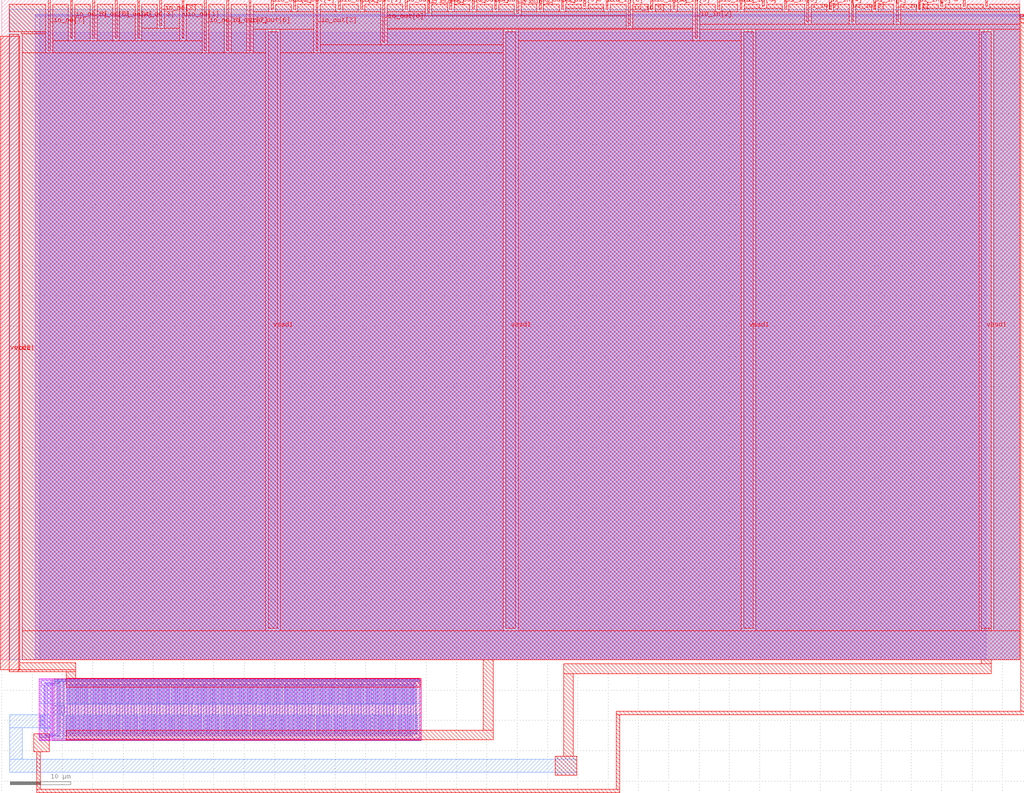
<source format=lef>
VERSION 5.7 ;
  NOWIREEXTENSIONATPIN ON ;
  DIVIDERCHAR "/" ;
  BUSBITCHARS "[]" ;
MACRO tt_um_power_test
  CLASS BLOCK ;
  FOREIGN tt_um_power_test ;
  ORIGIN 0.000 0.000 ;
  SIZE 167.900 BY 108.800 ;
  PIN clk
    DIRECTION INPUT ;
    USE SIGNAL ;
    PORT
      LAYER met4 ;
        RECT 158.550 107.800 158.850 108.800 ;
    END
  END clk
  PIN ena
    DIRECTION INPUT ;
    USE SIGNAL ;
    PORT
      LAYER met4 ;
        RECT 162.230 107.800 162.530 108.800 ;
    END
  END ena
  PIN rst_n
    DIRECTION INPUT ;
    USE SIGNAL ;
    PORT
      LAYER met4 ;
        RECT 154.870 107.800 155.170 108.800 ;
    END
  END rst_n
  PIN ui_in[0]
    DIRECTION INPUT ;
    USE SIGNAL ;
    PORT
      LAYER met4 ;
        RECT 151.190 107.260 151.490 108.800 ;
    END
  END ui_in[0]
  PIN ui_in[1]
    DIRECTION INPUT ;
    USE SIGNAL ;
    PORT
      LAYER met4 ;
        RECT 147.510 105.220 147.810 108.800 ;
    END
  END ui_in[1]
  PIN ui_in[2]
    DIRECTION INPUT ;
    USE SIGNAL ;
    PORT
      LAYER met4 ;
        RECT 143.830 107.260 144.130 108.800 ;
    END
  END ui_in[2]
  PIN ui_in[3]
    DIRECTION INPUT ;
    USE SIGNAL ;
    PORT
      LAYER met4 ;
        RECT 140.150 105.220 140.450 108.800 ;
    END
  END ui_in[3]
  PIN ui_in[4]
    DIRECTION INPUT ;
    USE SIGNAL ;
    PORT
      LAYER met4 ;
        RECT 136.470 107.260 136.770 108.800 ;
    END
  END ui_in[4]
  PIN ui_in[5]
    DIRECTION INPUT ;
    USE SIGNAL ;
    PORT
      LAYER met4 ;
        RECT 132.790 105.220 133.090 108.800 ;
    END
  END ui_in[5]
  PIN ui_in[6]
    DIRECTION INPUT ;
    USE SIGNAL ;
    PORT
      LAYER met4 ;
        RECT 129.110 107.260 129.410 108.800 ;
    END
  END ui_in[6]
  PIN ui_in[7]
    DIRECTION INPUT ;
    USE SIGNAL ;
    PORT
      LAYER met4 ;
        RECT 125.430 107.800 125.730 108.800 ;
    END
  END ui_in[7]
  PIN uio_in[0]
    DIRECTION INPUT ;
    USE SIGNAL ;
    PORT
      LAYER met4 ;
        RECT 121.750 107.260 122.050 108.800 ;
    END
  END uio_in[0]
  PIN uio_in[1]
    DIRECTION INPUT ;
    USE SIGNAL ;
    PORT
      LAYER met4 ;
        RECT 118.070 107.260 118.370 108.800 ;
    END
  END uio_in[1]
  PIN uio_in[2]
    DIRECTION INPUT ;
    USE SIGNAL ;
    PORT
      LAYER met4 ;
        RECT 114.390 102.500 114.690 108.800 ;
    END
  END uio_in[2]
  PIN uio_in[3]
    DIRECTION INPUT ;
    USE SIGNAL ;
    PORT
      LAYER met4 ;
        RECT 110.710 107.260 111.010 108.800 ;
    END
  END uio_in[3]
  PIN uio_in[4]
    DIRECTION INPUT ;
    USE SIGNAL ;
    PORT
      LAYER met4 ;
        RECT 107.030 107.260 107.330 108.800 ;
    END
  END uio_in[4]
  PIN uio_in[5]
    DIRECTION INPUT ;
    USE SIGNAL ;
    PORT
      LAYER met4 ;
        RECT 103.350 104.540 103.650 108.800 ;
    END
  END uio_in[5]
  PIN uio_in[6]
    DIRECTION INPUT ;
    USE SIGNAL ;
    PORT
      LAYER met4 ;
        RECT 99.670 107.260 99.970 108.800 ;
    END
  END uio_in[6]
  PIN uio_in[7]
    DIRECTION INPUT ;
    USE SIGNAL ;
    PORT
      LAYER met4 ;
        RECT 95.990 107.800 96.290 108.800 ;
    END
  END uio_in[7]
  PIN uio_oe[0]
    DIRECTION OUTPUT TRISTATE ;
    USE SIGNAL ;
    PORT
      LAYER met4 ;
        RECT 33.430 100.460 33.730 108.800 ;
    END
  END uio_oe[0]
  PIN uio_oe[1]
    DIRECTION OUTPUT TRISTATE ;
    USE SIGNAL ;
    PORT
      LAYER met4 ;
        RECT 29.750 102.500 30.050 108.800 ;
    END
  END uio_oe[1]
  PIN uio_oe[2]
    DIRECTION OUTPUT TRISTATE ;
    USE SIGNAL ;
    PORT
      LAYER met4 ;
        RECT 26.070 104.540 26.370 108.800 ;
    END
  END uio_oe[2]
  PIN uio_oe[3]
    DIRECTION OUTPUT TRISTATE ;
    USE SIGNAL ;
    PORT
      LAYER met4 ;
        RECT 22.390 102.500 22.690 108.800 ;
    END
  END uio_oe[3]
  PIN uio_oe[4]
    DIRECTION OUTPUT TRISTATE ;
    USE SIGNAL ;
    PORT
      LAYER met4 ;
        RECT 18.710 102.500 19.010 108.800 ;
    END
  END uio_oe[4]
  PIN uio_oe[5]
    DIRECTION OUTPUT TRISTATE ;
    USE SIGNAL ;
    PORT
      LAYER met4 ;
        RECT 15.030 102.500 15.330 108.800 ;
    END
  END uio_oe[5]
  PIN uio_oe[6]
    DIRECTION OUTPUT TRISTATE ;
    USE SIGNAL ;
    PORT
      LAYER met4 ;
        RECT 11.350 102.500 11.650 108.800 ;
    END
  END uio_oe[6]
  PIN uio_oe[7]
    DIRECTION OUTPUT TRISTATE ;
    USE SIGNAL ;
    PORT
      LAYER met4 ;
        RECT 7.670 100.460 7.970 108.800 ;
    END
  END uio_oe[7]
  PIN uio_out[0]
    DIRECTION OUTPUT TRISTATE ;
    USE SIGNAL ;
    PORT
      LAYER met4 ;
        RECT 62.870 101.820 63.170 108.800 ;
    END
  END uio_out[0]
  PIN uio_out[1]
    DIRECTION OUTPUT TRISTATE ;
    USE SIGNAL ;
    PORT
      LAYER met4 ;
        RECT 59.190 107.260 59.490 108.800 ;
    END
  END uio_out[1]
  PIN uio_out[2]
    DIRECTION OUTPUT TRISTATE ;
    USE SIGNAL ;
    PORT
      LAYER met4 ;
        RECT 55.510 107.260 55.810 108.800 ;
    END
  END uio_out[2]
  PIN uio_out[3]
    DIRECTION OUTPUT TRISTATE ;
    USE SIGNAL ;
    PORT
      LAYER met4 ;
        RECT 51.830 100.460 52.130 108.800 ;
    END
  END uio_out[3]
  PIN uio_out[4]
    DIRECTION OUTPUT TRISTATE ;
    USE SIGNAL ;
    PORT
      LAYER met4 ;
        RECT 48.150 107.260 48.450 108.800 ;
    END
  END uio_out[4]
  PIN uio_out[5]
    DIRECTION OUTPUT TRISTATE ;
    USE SIGNAL ;
    PORT
      LAYER met4 ;
        RECT 44.470 107.260 44.770 108.800 ;
    END
  END uio_out[5]
  PIN uio_out[6]
    DIRECTION OUTPUT TRISTATE ;
    USE SIGNAL ;
    PORT
      LAYER met4 ;
        RECT 40.790 100.460 41.090 108.800 ;
    END
  END uio_out[6]
  PIN uio_out[7]
    DIRECTION OUTPUT TRISTATE ;
    USE SIGNAL ;
    PORT
      LAYER met4 ;
        RECT 37.110 100.460 37.410 108.800 ;
    END
  END uio_out[7]
  PIN uo_out[0]
    DIRECTION OUTPUT TRISTATE ;
    USE SIGNAL ;
    PORT
      LAYER met4 ;
        RECT 92.310 107.260 92.610 108.800 ;
    END
  END uo_out[0]
  PIN uo_out[1]
    DIRECTION OUTPUT TRISTATE ;
    USE SIGNAL ;
    PORT
      LAYER met4 ;
        RECT 88.630 107.260 88.930 108.800 ;
    END
  END uo_out[1]
  PIN uo_out[2]
    DIRECTION OUTPUT TRISTATE ;
    USE SIGNAL ;
    PORT
      LAYER met4 ;
        RECT 84.950 106.580 85.250 108.800 ;
    END
  END uo_out[2]
  PIN uo_out[3]
    DIRECTION OUTPUT TRISTATE ;
    USE SIGNAL ;
    PORT
      LAYER met4 ;
        RECT 81.270 107.260 81.570 108.800 ;
    END
  END uo_out[3]
  PIN uo_out[4]
    DIRECTION OUTPUT TRISTATE ;
    USE SIGNAL ;
    PORT
      LAYER met4 ;
        RECT 77.590 107.260 77.890 108.800 ;
    END
  END uo_out[4]
  PIN uo_out[5]
    DIRECTION OUTPUT TRISTATE ;
    USE SIGNAL ;
    PORT
      LAYER met4 ;
        RECT 73.910 107.260 74.210 108.800 ;
    END
  END uo_out[5]
  PIN uo_out[6]
    DIRECTION OUTPUT TRISTATE ;
    USE SIGNAL ;
    PORT
      LAYER met4 ;
        RECT 70.230 106.580 70.530 108.800 ;
    END
  END uo_out[6]
  PIN uo_out[7]
    DIRECTION OUTPUT TRISTATE ;
    USE SIGNAL ;
    PORT
      LAYER met4 ;
        RECT 66.550 107.260 66.850 108.800 ;
    END
  END uo_out[7]
  PIN vssd1
    DIRECTION INOUT ;
    USE GROUND ;
    PORT
      LAYER met4 ;
        RECT 43.930 5.200 45.530 103.600 ;
    END
    PORT
      LAYER met4 ;
        RECT 83.140 5.200 84.740 103.600 ;
    END
    PORT
      LAYER met4 ;
        RECT 122.350 5.200 123.950 103.600 ;
    END
    PORT
      LAYER met4 ;
        RECT 161.560 5.200 163.160 103.600 ;
    END
  END vssd1
  PIN vccd1
    DIRECTION INOUT ;
    USE POWER ;
    PORT
      LAYER met4 ;
        RECT 1.250 -2.010 2.810 103.130 ;
    END
  END vccd1
  PIN vccd1
    DIRECTION INOUT ;
    USE POWER ;
    PORT
      LAYER met4 ;
        RECT -0.270 -1.650 2.950 102.840 ;
    END
  END vccd1
  OBS
      LAYER pwell ;
        RECT 6.225 -13.250 8.325 -3.150 ;
      LAYER nwell ;
        RECT 8.345 -13.295 69.175 -3.115 ;
      LAYER li1 ;
        RECT 5.520 0.000 162.380 103.445 ;
        RECT 8.680 -3.295 68.840 -3.290 ;
        RECT 6.405 -3.500 8.145 -3.330 ;
        RECT 6.405 -4.190 6.575 -3.500 ;
        RECT 7.055 -4.010 7.485 -3.840 ;
        RECT 6.955 -4.190 7.125 -4.180 ;
        RECT 6.405 -9.110 7.125 -4.190 ;
        RECT 6.400 -11.250 7.125 -9.110 ;
        RECT 6.405 -12.220 7.125 -11.250 ;
        RECT 7.425 -12.220 7.595 -4.180 ;
        RECT 6.405 -12.900 6.575 -12.220 ;
        RECT 7.115 -12.560 7.455 -12.390 ;
        RECT 7.975 -12.900 8.145 -3.500 ;
        RECT 6.405 -13.070 8.145 -12.900 ;
        RECT 8.525 -3.470 68.995 -3.295 ;
        RECT 8.525 -12.945 8.695 -3.470 ;
        RECT 9.185 -3.955 9.565 -3.755 ;
        RECT 10.095 -4.180 10.265 -3.470 ;
        RECT 11.305 -3.965 11.635 -3.795 ;
        RECT 12.265 -3.965 12.595 -3.795 ;
        RECT 13.225 -3.965 13.555 -3.795 ;
        RECT 14.185 -3.965 14.515 -3.795 ;
        RECT 15.145 -3.965 15.475 -3.795 ;
        RECT 16.105 -3.965 16.435 -3.795 ;
        RECT 17.065 -3.965 17.395 -3.795 ;
        RECT 18.025 -3.965 18.355 -3.795 ;
        RECT 18.985 -3.965 19.315 -3.795 ;
        RECT 19.945 -3.965 20.275 -3.795 ;
        RECT 20.905 -3.965 21.235 -3.795 ;
        RECT 21.865 -3.965 22.195 -3.795 ;
        RECT 22.825 -3.965 23.155 -3.795 ;
        RECT 23.785 -3.965 24.115 -3.795 ;
        RECT 24.745 -3.965 25.075 -3.795 ;
        RECT 25.705 -3.965 26.035 -3.795 ;
        RECT 26.665 -3.965 26.995 -3.795 ;
        RECT 27.625 -3.965 27.955 -3.795 ;
        RECT 28.585 -3.965 28.915 -3.795 ;
        RECT 29.545 -3.965 29.875 -3.795 ;
        RECT 30.505 -3.965 30.835 -3.795 ;
        RECT 31.465 -3.965 31.795 -3.795 ;
        RECT 32.425 -3.965 32.755 -3.795 ;
        RECT 33.385 -3.965 33.715 -3.795 ;
        RECT 34.345 -3.965 34.675 -3.795 ;
        RECT 35.305 -3.965 35.635 -3.795 ;
        RECT 36.265 -3.965 36.595 -3.795 ;
        RECT 37.225 -3.965 37.555 -3.795 ;
        RECT 38.185 -3.965 38.515 -3.795 ;
        RECT 39.145 -3.965 39.475 -3.795 ;
        RECT 40.095 -3.965 40.425 -3.795 ;
        RECT 41.055 -3.965 41.385 -3.795 ;
        RECT 42.015 -3.965 42.345 -3.795 ;
        RECT 42.975 -3.965 43.305 -3.795 ;
        RECT 43.935 -3.965 44.265 -3.795 ;
        RECT 44.895 -3.965 45.225 -3.795 ;
        RECT 45.855 -3.965 46.185 -3.795 ;
        RECT 46.815 -3.965 47.145 -3.795 ;
        RECT 47.775 -3.965 48.105 -3.795 ;
        RECT 48.735 -3.965 49.065 -3.795 ;
        RECT 49.695 -3.965 50.025 -3.795 ;
        RECT 50.655 -3.965 50.985 -3.795 ;
        RECT 51.615 -3.965 51.945 -3.795 ;
        RECT 52.575 -3.965 52.905 -3.795 ;
        RECT 53.535 -3.965 53.865 -3.795 ;
        RECT 54.495 -3.965 54.825 -3.795 ;
        RECT 55.455 -3.965 55.785 -3.795 ;
        RECT 56.415 -3.965 56.745 -3.795 ;
        RECT 57.375 -3.965 57.705 -3.795 ;
        RECT 58.335 -3.965 58.665 -3.795 ;
        RECT 59.295 -3.965 59.625 -3.795 ;
        RECT 60.255 -3.965 60.585 -3.795 ;
        RECT 61.215 -3.965 61.545 -3.795 ;
        RECT 62.175 -3.965 62.505 -3.795 ;
        RECT 63.135 -3.965 63.465 -3.795 ;
        RECT 64.095 -3.965 64.425 -3.795 ;
        RECT 65.055 -3.965 65.385 -3.795 ;
        RECT 66.015 -3.965 66.345 -3.795 ;
        RECT 66.975 -3.965 67.305 -3.795 ;
        RECT 67.935 -3.965 68.265 -3.795 ;
        RECT 9.570 -4.185 10.265 -4.180 ;
        RECT 9.095 -12.225 9.265 -4.185 ;
        RECT 9.535 -12.225 10.265 -4.185 ;
        RECT 10.665 -12.225 10.835 -4.185 ;
        RECT 11.145 -12.225 11.315 -4.185 ;
        RECT 11.625 -12.225 11.795 -4.185 ;
        RECT 12.105 -12.225 12.275 -4.185 ;
        RECT 12.585 -12.225 12.755 -4.185 ;
        RECT 13.065 -12.225 13.235 -4.185 ;
        RECT 13.545 -12.225 13.715 -4.185 ;
        RECT 14.025 -12.225 14.195 -4.185 ;
        RECT 14.505 -12.225 14.675 -4.185 ;
        RECT 14.985 -12.225 15.155 -4.185 ;
        RECT 15.465 -12.225 15.635 -4.185 ;
        RECT 15.945 -12.225 16.115 -4.185 ;
        RECT 16.425 -12.225 16.595 -4.185 ;
        RECT 16.905 -12.225 17.075 -4.185 ;
        RECT 17.385 -12.225 17.555 -4.185 ;
        RECT 17.865 -12.225 18.035 -4.185 ;
        RECT 18.345 -12.225 18.515 -4.185 ;
        RECT 18.825 -12.225 18.995 -4.185 ;
        RECT 19.305 -12.225 19.475 -4.185 ;
        RECT 19.785 -12.225 19.955 -4.185 ;
        RECT 20.265 -12.225 20.435 -4.185 ;
        RECT 20.745 -12.225 20.915 -4.185 ;
        RECT 21.225 -12.225 21.395 -4.185 ;
        RECT 21.705 -12.225 21.875 -4.185 ;
        RECT 22.185 -12.225 22.355 -4.185 ;
        RECT 22.665 -12.225 22.835 -4.185 ;
        RECT 23.145 -12.225 23.315 -4.185 ;
        RECT 23.625 -12.225 23.795 -4.185 ;
        RECT 24.105 -12.225 24.275 -4.185 ;
        RECT 24.585 -12.225 24.755 -4.185 ;
        RECT 25.065 -12.225 25.235 -4.185 ;
        RECT 25.545 -12.225 25.715 -4.185 ;
        RECT 26.025 -12.225 26.195 -4.185 ;
        RECT 26.505 -12.225 26.675 -4.185 ;
        RECT 26.985 -12.225 27.155 -4.185 ;
        RECT 27.465 -12.225 27.635 -4.185 ;
        RECT 27.945 -12.225 28.115 -4.185 ;
        RECT 28.425 -12.225 28.595 -4.185 ;
        RECT 28.905 -12.225 29.075 -4.185 ;
        RECT 29.385 -12.225 29.555 -4.185 ;
        RECT 29.865 -12.225 30.035 -4.185 ;
        RECT 30.345 -12.225 30.515 -4.185 ;
        RECT 30.825 -12.225 30.995 -4.185 ;
        RECT 31.305 -12.225 31.475 -4.185 ;
        RECT 31.785 -12.225 31.955 -4.185 ;
        RECT 32.265 -12.225 32.435 -4.185 ;
        RECT 32.745 -12.225 32.915 -4.185 ;
        RECT 33.225 -12.225 33.395 -4.185 ;
        RECT 33.705 -12.225 33.875 -4.185 ;
        RECT 34.185 -12.225 34.355 -4.185 ;
        RECT 34.665 -12.225 34.835 -4.185 ;
        RECT 35.145 -12.225 35.315 -4.185 ;
        RECT 35.625 -12.225 35.795 -4.185 ;
        RECT 36.105 -12.225 36.275 -4.185 ;
        RECT 36.585 -12.225 36.755 -4.185 ;
        RECT 37.065 -12.225 37.235 -4.185 ;
        RECT 37.545 -12.225 37.715 -4.185 ;
        RECT 38.025 -12.225 38.195 -4.185 ;
        RECT 38.505 -12.225 38.675 -4.185 ;
        RECT 38.985 -12.225 39.155 -4.185 ;
        RECT 39.465 -12.225 39.635 -4.185 ;
        RECT 39.935 -12.225 40.105 -4.185 ;
        RECT 40.415 -12.225 40.585 -4.185 ;
        RECT 40.895 -12.225 41.065 -4.185 ;
        RECT 41.375 -12.225 41.545 -4.185 ;
        RECT 41.855 -12.225 42.025 -4.185 ;
        RECT 42.335 -12.225 42.505 -4.185 ;
        RECT 42.815 -12.225 42.985 -4.185 ;
        RECT 43.295 -12.225 43.465 -4.185 ;
        RECT 43.775 -12.225 43.945 -4.185 ;
        RECT 44.255 -12.225 44.425 -4.185 ;
        RECT 44.735 -12.225 44.905 -4.185 ;
        RECT 45.215 -12.225 45.385 -4.185 ;
        RECT 45.695 -12.225 45.865 -4.185 ;
        RECT 46.175 -12.225 46.345 -4.185 ;
        RECT 46.655 -12.225 46.825 -4.185 ;
        RECT 47.135 -12.225 47.305 -4.185 ;
        RECT 47.615 -12.225 47.785 -4.185 ;
        RECT 48.095 -12.225 48.265 -4.185 ;
        RECT 48.575 -12.225 48.745 -4.185 ;
        RECT 49.055 -12.225 49.225 -4.185 ;
        RECT 49.535 -12.225 49.705 -4.185 ;
        RECT 50.015 -12.225 50.185 -4.185 ;
        RECT 50.495 -12.225 50.665 -4.185 ;
        RECT 50.975 -12.225 51.145 -4.185 ;
        RECT 51.455 -12.225 51.625 -4.185 ;
        RECT 51.935 -12.225 52.105 -4.185 ;
        RECT 52.415 -12.225 52.585 -4.185 ;
        RECT 52.895 -12.225 53.065 -4.185 ;
        RECT 53.375 -12.225 53.545 -4.185 ;
        RECT 53.855 -12.225 54.025 -4.185 ;
        RECT 54.335 -12.225 54.505 -4.185 ;
        RECT 54.815 -12.225 54.985 -4.185 ;
        RECT 55.295 -12.225 55.465 -4.185 ;
        RECT 55.775 -12.225 55.945 -4.185 ;
        RECT 56.255 -12.225 56.425 -4.185 ;
        RECT 56.735 -12.225 56.905 -4.185 ;
        RECT 57.215 -12.225 57.385 -4.185 ;
        RECT 57.695 -12.225 57.865 -4.185 ;
        RECT 58.175 -12.225 58.345 -4.185 ;
        RECT 58.655 -12.225 58.825 -4.185 ;
        RECT 59.135 -12.225 59.305 -4.185 ;
        RECT 59.615 -12.225 59.785 -4.185 ;
        RECT 60.095 -12.225 60.265 -4.185 ;
        RECT 60.575 -12.225 60.745 -4.185 ;
        RECT 61.055 -12.225 61.225 -4.185 ;
        RECT 61.535 -12.225 61.705 -4.185 ;
        RECT 62.015 -12.225 62.185 -4.185 ;
        RECT 62.495 -12.225 62.665 -4.185 ;
        RECT 62.975 -12.225 63.145 -4.185 ;
        RECT 63.455 -12.225 63.625 -4.185 ;
        RECT 63.935 -12.225 64.105 -4.185 ;
        RECT 64.415 -12.225 64.585 -4.185 ;
        RECT 64.895 -12.225 65.065 -4.185 ;
        RECT 65.375 -12.225 65.545 -4.185 ;
        RECT 65.855 -12.225 66.025 -4.185 ;
        RECT 66.335 -12.225 66.505 -4.185 ;
        RECT 66.815 -12.225 66.985 -4.185 ;
        RECT 67.295 -12.225 67.465 -4.185 ;
        RECT 67.775 -12.225 67.945 -4.185 ;
        RECT 68.255 -12.225 68.425 -4.185 ;
        RECT 9.570 -12.230 10.265 -12.225 ;
        RECT 9.235 -12.645 9.565 -12.415 ;
        RECT 10.095 -12.945 10.265 -12.230 ;
        RECT 10.825 -12.625 11.155 -12.455 ;
        RECT 11.785 -12.625 12.115 -12.455 ;
        RECT 12.745 -12.625 13.075 -12.455 ;
        RECT 13.705 -12.625 14.035 -12.455 ;
        RECT 14.665 -12.625 14.995 -12.455 ;
        RECT 15.625 -12.625 15.955 -12.455 ;
        RECT 16.585 -12.625 16.915 -12.455 ;
        RECT 17.545 -12.625 17.875 -12.455 ;
        RECT 18.505 -12.625 18.835 -12.455 ;
        RECT 19.465 -12.625 19.795 -12.455 ;
        RECT 20.425 -12.625 20.755 -12.455 ;
        RECT 21.385 -12.625 21.715 -12.455 ;
        RECT 22.345 -12.625 22.675 -12.455 ;
        RECT 23.305 -12.625 23.635 -12.455 ;
        RECT 24.265 -12.625 24.595 -12.455 ;
        RECT 25.225 -12.625 25.555 -12.455 ;
        RECT 26.185 -12.625 26.515 -12.455 ;
        RECT 27.145 -12.625 27.475 -12.455 ;
        RECT 28.105 -12.615 28.435 -12.445 ;
        RECT 29.065 -12.615 29.395 -12.445 ;
        RECT 30.025 -12.615 30.355 -12.445 ;
        RECT 30.985 -12.615 31.315 -12.445 ;
        RECT 31.945 -12.615 32.275 -12.445 ;
        RECT 32.905 -12.615 33.235 -12.445 ;
        RECT 33.865 -12.615 34.195 -12.445 ;
        RECT 34.825 -12.615 35.155 -12.445 ;
        RECT 35.785 -12.615 36.115 -12.445 ;
        RECT 36.745 -12.615 37.075 -12.445 ;
        RECT 37.705 -12.615 38.035 -12.445 ;
        RECT 38.665 -12.615 38.995 -12.445 ;
        RECT 39.615 -12.615 39.945 -12.445 ;
        RECT 40.575 -12.615 40.905 -12.445 ;
        RECT 41.535 -12.615 41.865 -12.445 ;
        RECT 42.495 -12.615 42.825 -12.445 ;
        RECT 43.455 -12.615 43.785 -12.445 ;
        RECT 44.415 -12.615 44.745 -12.445 ;
        RECT 45.375 -12.615 45.705 -12.445 ;
        RECT 46.335 -12.615 46.665 -12.445 ;
        RECT 47.295 -12.615 47.625 -12.445 ;
        RECT 48.255 -12.615 48.585 -12.445 ;
        RECT 49.215 -12.615 49.545 -12.445 ;
        RECT 50.175 -12.615 50.505 -12.445 ;
        RECT 51.135 -12.615 51.465 -12.445 ;
        RECT 52.095 -12.615 52.425 -12.445 ;
        RECT 53.055 -12.615 53.385 -12.445 ;
        RECT 54.015 -12.615 54.345 -12.445 ;
        RECT 54.975 -12.615 55.305 -12.445 ;
        RECT 55.935 -12.615 56.265 -12.445 ;
        RECT 56.895 -12.615 57.225 -12.445 ;
        RECT 57.855 -12.615 58.185 -12.445 ;
        RECT 58.815 -12.615 59.145 -12.445 ;
        RECT 59.775 -12.615 60.105 -12.445 ;
        RECT 60.735 -12.615 61.065 -12.445 ;
        RECT 61.695 -12.615 62.025 -12.445 ;
        RECT 62.655 -12.615 62.985 -12.445 ;
        RECT 63.615 -12.615 63.945 -12.445 ;
        RECT 64.575 -12.615 64.905 -12.445 ;
        RECT 65.535 -12.615 65.865 -12.445 ;
        RECT 66.495 -12.615 66.825 -12.445 ;
        RECT 67.455 -12.615 67.785 -12.445 ;
        RECT 68.825 -12.945 68.995 -3.470 ;
        RECT 8.525 -13.115 68.995 -12.945 ;
      LAYER met1 ;
        RECT 5.520 106.300 167.900 106.470 ;
        RECT 167.990 106.300 168.570 106.470 ;
        RECT 5.520 106.130 168.570 106.300 ;
        RECT 5.520 0.000 167.900 106.130 ;
        RECT 167.990 105.960 168.570 106.130 ;
        RECT 8.620 -3.500 68.900 -3.260 ;
        RECT 8.630 -3.580 68.890 -3.500 ;
        RECT 9.810 -3.600 68.890 -3.580 ;
        RECT 9.165 -3.770 9.625 -3.735 ;
        RECT 7.130 -3.810 9.625 -3.770 ;
        RECT 7.065 -3.890 9.625 -3.810 ;
        RECT 7.065 -4.040 9.630 -3.890 ;
        RECT 10.100 -4.000 68.250 -3.760 ;
        RECT 6.370 -9.110 6.750 -9.050 ;
        RECT 6.350 -11.250 6.770 -9.110 ;
        RECT 6.370 -11.310 6.750 -11.250 ;
        RECT 6.925 -12.200 7.155 -4.200 ;
        RECT 7.395 -4.205 9.170 -4.200 ;
        RECT 7.395 -12.200 9.295 -4.205 ;
        RECT 9.065 -12.205 9.295 -12.200 ;
        RECT 9.505 -12.205 9.735 -4.205 ;
        RECT 10.100 -7.550 10.340 -4.000 ;
        RECT 9.880 -8.790 10.390 -7.550 ;
        RECT 7.055 -12.415 9.530 -12.360 ;
        RECT 10.100 -12.410 10.340 -8.790 ;
        RECT 10.635 -9.210 10.865 -4.205 ;
        RECT 11.030 -7.200 11.420 -4.200 ;
        RECT 10.550 -12.210 10.940 -9.210 ;
        RECT 11.115 -12.205 11.345 -7.200 ;
        RECT 11.595 -9.210 11.825 -4.205 ;
        RECT 11.990 -7.200 12.380 -4.200 ;
        RECT 11.510 -12.210 11.900 -9.210 ;
        RECT 12.075 -12.205 12.305 -7.200 ;
        RECT 12.555 -9.210 12.785 -4.205 ;
        RECT 12.950 -7.200 13.340 -4.200 ;
        RECT 12.470 -12.210 12.860 -9.210 ;
        RECT 13.035 -12.205 13.265 -7.200 ;
        RECT 13.515 -9.210 13.745 -4.205 ;
        RECT 13.910 -7.200 14.300 -4.200 ;
        RECT 13.430 -12.210 13.820 -9.210 ;
        RECT 13.995 -12.205 14.225 -7.200 ;
        RECT 14.475 -9.210 14.705 -4.205 ;
        RECT 14.870 -7.200 15.260 -4.200 ;
        RECT 14.390 -12.210 14.780 -9.210 ;
        RECT 14.955 -12.205 15.185 -7.200 ;
        RECT 15.435 -9.210 15.665 -4.205 ;
        RECT 15.830 -7.200 16.220 -4.200 ;
        RECT 15.350 -12.210 15.740 -9.210 ;
        RECT 15.915 -12.205 16.145 -7.200 ;
        RECT 16.395 -9.210 16.625 -4.205 ;
        RECT 16.790 -7.200 17.180 -4.200 ;
        RECT 16.310 -12.210 16.700 -9.210 ;
        RECT 16.875 -12.205 17.105 -7.200 ;
        RECT 17.355 -9.210 17.585 -4.205 ;
        RECT 17.750 -7.200 18.140 -4.200 ;
        RECT 17.270 -12.210 17.660 -9.210 ;
        RECT 17.835 -12.205 18.065 -7.200 ;
        RECT 18.315 -9.210 18.545 -4.205 ;
        RECT 18.710 -7.200 19.100 -4.200 ;
        RECT 18.230 -12.210 18.620 -9.210 ;
        RECT 18.795 -12.205 19.025 -7.200 ;
        RECT 19.275 -9.210 19.505 -4.205 ;
        RECT 19.755 -4.210 19.985 -4.205 ;
        RECT 19.670 -7.210 20.060 -4.210 ;
        RECT 19.190 -12.210 19.580 -9.210 ;
        RECT 19.755 -12.205 19.985 -7.210 ;
        RECT 20.235 -9.210 20.465 -4.205 ;
        RECT 20.715 -4.210 20.945 -4.205 ;
        RECT 20.630 -7.210 21.020 -4.210 ;
        RECT 20.150 -12.210 20.540 -9.210 ;
        RECT 20.715 -12.205 20.945 -7.210 ;
        RECT 21.195 -9.210 21.425 -4.205 ;
        RECT 21.675 -4.210 21.905 -4.205 ;
        RECT 21.590 -7.210 21.980 -4.210 ;
        RECT 21.110 -12.210 21.500 -9.210 ;
        RECT 21.675 -12.205 21.905 -7.210 ;
        RECT 22.155 -9.210 22.385 -4.205 ;
        RECT 22.635 -4.210 22.865 -4.205 ;
        RECT 22.550 -7.210 22.940 -4.210 ;
        RECT 22.070 -12.210 22.460 -9.210 ;
        RECT 22.635 -12.205 22.865 -7.210 ;
        RECT 23.115 -9.210 23.345 -4.205 ;
        RECT 23.595 -4.210 23.825 -4.205 ;
        RECT 23.510 -7.210 23.900 -4.210 ;
        RECT 23.030 -12.210 23.420 -9.210 ;
        RECT 23.595 -12.205 23.825 -7.210 ;
        RECT 24.075 -9.210 24.305 -4.205 ;
        RECT 24.555 -4.210 24.785 -4.205 ;
        RECT 24.470 -7.210 24.860 -4.210 ;
        RECT 23.990 -12.210 24.380 -9.210 ;
        RECT 24.555 -12.205 24.785 -7.210 ;
        RECT 25.035 -9.210 25.265 -4.205 ;
        RECT 25.515 -4.210 25.745 -4.205 ;
        RECT 25.430 -7.210 25.820 -4.210 ;
        RECT 24.950 -12.210 25.340 -9.210 ;
        RECT 25.515 -12.205 25.745 -7.210 ;
        RECT 25.995 -9.210 26.225 -4.205 ;
        RECT 26.475 -4.210 26.705 -4.205 ;
        RECT 26.390 -7.210 26.780 -4.210 ;
        RECT 25.910 -12.210 26.300 -9.210 ;
        RECT 26.475 -12.205 26.705 -7.210 ;
        RECT 26.955 -9.210 27.185 -4.205 ;
        RECT 27.435 -4.210 27.665 -4.205 ;
        RECT 27.350 -7.210 27.740 -4.210 ;
        RECT 26.870 -12.210 27.260 -9.210 ;
        RECT 27.435 -12.205 27.665 -7.210 ;
        RECT 27.915 -9.210 28.145 -4.205 ;
        RECT 28.395 -4.210 28.625 -4.205 ;
        RECT 28.310 -7.210 28.700 -4.210 ;
        RECT 27.830 -12.210 28.220 -9.210 ;
        RECT 28.395 -12.205 28.625 -7.210 ;
        RECT 28.875 -9.210 29.105 -4.205 ;
        RECT 29.355 -4.210 29.585 -4.205 ;
        RECT 29.270 -7.210 29.660 -4.210 ;
        RECT 28.790 -12.210 29.180 -9.210 ;
        RECT 29.355 -12.205 29.585 -7.210 ;
        RECT 29.835 -9.210 30.065 -4.205 ;
        RECT 30.315 -4.210 30.545 -4.205 ;
        RECT 30.230 -7.210 30.620 -4.210 ;
        RECT 29.750 -12.210 30.140 -9.210 ;
        RECT 30.315 -12.205 30.545 -7.210 ;
        RECT 30.795 -9.210 31.025 -4.205 ;
        RECT 31.275 -4.210 31.505 -4.205 ;
        RECT 31.190 -7.210 31.580 -4.210 ;
        RECT 30.710 -12.210 31.100 -9.210 ;
        RECT 31.275 -12.205 31.505 -7.210 ;
        RECT 31.755 -9.210 31.985 -4.205 ;
        RECT 32.235 -4.210 32.465 -4.205 ;
        RECT 32.150 -7.210 32.540 -4.210 ;
        RECT 31.670 -12.210 32.060 -9.210 ;
        RECT 32.235 -12.205 32.465 -7.210 ;
        RECT 32.715 -9.210 32.945 -4.205 ;
        RECT 33.195 -4.210 33.425 -4.205 ;
        RECT 33.110 -7.210 33.500 -4.210 ;
        RECT 32.630 -12.210 33.020 -9.210 ;
        RECT 33.195 -12.205 33.425 -7.210 ;
        RECT 33.675 -9.210 33.905 -4.205 ;
        RECT 34.155 -4.210 34.385 -4.205 ;
        RECT 34.070 -7.210 34.460 -4.210 ;
        RECT 33.590 -12.210 33.980 -9.210 ;
        RECT 34.155 -12.205 34.385 -7.210 ;
        RECT 34.635 -9.210 34.865 -4.205 ;
        RECT 35.115 -4.210 35.345 -4.205 ;
        RECT 35.030 -7.210 35.420 -4.210 ;
        RECT 34.550 -12.210 34.940 -9.210 ;
        RECT 35.115 -12.205 35.345 -7.210 ;
        RECT 35.595 -9.210 35.825 -4.205 ;
        RECT 36.075 -4.210 36.305 -4.205 ;
        RECT 35.990 -7.210 36.380 -4.210 ;
        RECT 35.510 -12.210 35.900 -9.210 ;
        RECT 36.075 -12.205 36.305 -7.210 ;
        RECT 36.555 -9.210 36.785 -4.205 ;
        RECT 37.035 -4.210 37.265 -4.205 ;
        RECT 36.950 -7.210 37.340 -4.210 ;
        RECT 36.470 -12.210 36.860 -9.210 ;
        RECT 37.035 -12.205 37.265 -7.210 ;
        RECT 37.515 -9.210 37.745 -4.205 ;
        RECT 37.995 -4.210 38.225 -4.205 ;
        RECT 37.910 -7.210 38.300 -4.210 ;
        RECT 37.430 -12.210 37.820 -9.210 ;
        RECT 37.995 -12.205 38.225 -7.210 ;
        RECT 38.475 -9.210 38.705 -4.205 ;
        RECT 38.955 -4.210 39.185 -4.205 ;
        RECT 38.870 -7.210 39.260 -4.210 ;
        RECT 38.390 -12.210 38.780 -9.210 ;
        RECT 38.955 -12.205 39.185 -7.210 ;
        RECT 39.435 -9.210 39.665 -4.205 ;
        RECT 39.905 -4.210 40.135 -4.205 ;
        RECT 39.830 -7.210 40.220 -4.210 ;
        RECT 39.350 -12.210 39.740 -9.210 ;
        RECT 39.905 -12.205 40.135 -7.210 ;
        RECT 40.385 -9.210 40.615 -4.205 ;
        RECT 40.865 -4.210 41.095 -4.205 ;
        RECT 40.790 -7.210 41.180 -4.210 ;
        RECT 40.310 -12.210 40.700 -9.210 ;
        RECT 40.865 -12.205 41.095 -7.210 ;
        RECT 41.345 -9.210 41.575 -4.205 ;
        RECT 41.825 -4.210 42.055 -4.205 ;
        RECT 41.750 -7.210 42.140 -4.210 ;
        RECT 41.270 -12.210 41.660 -9.210 ;
        RECT 41.825 -12.205 42.055 -7.210 ;
        RECT 42.305 -9.210 42.535 -4.205 ;
        RECT 42.785 -4.210 43.015 -4.205 ;
        RECT 42.710 -7.210 43.100 -4.210 ;
        RECT 42.230 -12.210 42.620 -9.210 ;
        RECT 42.785 -12.205 43.015 -7.210 ;
        RECT 43.265 -9.210 43.495 -4.205 ;
        RECT 43.745 -4.210 43.975 -4.205 ;
        RECT 43.670 -7.210 44.060 -4.210 ;
        RECT 43.190 -12.210 43.580 -9.210 ;
        RECT 43.745 -12.205 43.975 -7.210 ;
        RECT 44.225 -9.210 44.455 -4.205 ;
        RECT 44.705 -4.210 44.935 -4.205 ;
        RECT 44.630 -7.210 45.020 -4.210 ;
        RECT 44.150 -12.210 44.540 -9.210 ;
        RECT 44.705 -12.205 44.935 -7.210 ;
        RECT 45.185 -9.210 45.415 -4.205 ;
        RECT 45.665 -4.210 45.895 -4.205 ;
        RECT 45.590 -7.210 45.980 -4.210 ;
        RECT 45.110 -12.210 45.500 -9.210 ;
        RECT 45.665 -12.205 45.895 -7.210 ;
        RECT 46.145 -9.210 46.375 -4.205 ;
        RECT 46.625 -4.210 46.855 -4.205 ;
        RECT 46.550 -7.210 46.940 -4.210 ;
        RECT 46.070 -12.210 46.460 -9.210 ;
        RECT 46.625 -12.205 46.855 -7.210 ;
        RECT 47.105 -9.210 47.335 -4.205 ;
        RECT 47.585 -4.210 47.815 -4.205 ;
        RECT 47.510 -7.210 47.900 -4.210 ;
        RECT 47.030 -12.210 47.420 -9.210 ;
        RECT 47.585 -12.205 47.815 -7.210 ;
        RECT 48.065 -9.210 48.295 -4.205 ;
        RECT 48.545 -4.210 48.775 -4.205 ;
        RECT 48.470 -7.210 48.860 -4.210 ;
        RECT 47.990 -12.210 48.380 -9.210 ;
        RECT 48.545 -12.205 48.775 -7.210 ;
        RECT 49.025 -9.210 49.255 -4.205 ;
        RECT 49.505 -4.210 49.735 -4.205 ;
        RECT 49.430 -7.210 49.820 -4.210 ;
        RECT 48.950 -12.210 49.340 -9.210 ;
        RECT 49.505 -12.205 49.735 -7.210 ;
        RECT 49.985 -9.210 50.215 -4.205 ;
        RECT 50.465 -4.210 50.695 -4.205 ;
        RECT 50.390 -7.210 50.780 -4.210 ;
        RECT 49.910 -12.210 50.300 -9.210 ;
        RECT 50.465 -12.205 50.695 -7.210 ;
        RECT 50.945 -9.210 51.175 -4.205 ;
        RECT 51.425 -4.210 51.655 -4.205 ;
        RECT 51.350 -7.210 51.740 -4.210 ;
        RECT 50.870 -12.210 51.260 -9.210 ;
        RECT 51.425 -12.205 51.655 -7.210 ;
        RECT 51.905 -9.210 52.135 -4.205 ;
        RECT 52.385 -4.210 52.615 -4.205 ;
        RECT 52.310 -7.210 52.700 -4.210 ;
        RECT 51.830 -12.210 52.220 -9.210 ;
        RECT 52.385 -12.205 52.615 -7.210 ;
        RECT 52.865 -9.210 53.095 -4.205 ;
        RECT 53.345 -4.210 53.575 -4.205 ;
        RECT 53.270 -7.210 53.660 -4.210 ;
        RECT 52.790 -12.210 53.180 -9.210 ;
        RECT 53.345 -12.205 53.575 -7.210 ;
        RECT 53.825 -9.210 54.055 -4.205 ;
        RECT 54.305 -4.210 54.535 -4.205 ;
        RECT 54.230 -7.210 54.620 -4.210 ;
        RECT 53.750 -12.210 54.140 -9.210 ;
        RECT 54.305 -12.205 54.535 -7.210 ;
        RECT 54.785 -9.210 55.015 -4.205 ;
        RECT 55.265 -4.210 55.495 -4.205 ;
        RECT 55.190 -7.210 55.580 -4.210 ;
        RECT 54.710 -12.210 55.100 -9.210 ;
        RECT 55.265 -12.205 55.495 -7.210 ;
        RECT 55.745 -9.210 55.975 -4.205 ;
        RECT 56.225 -4.210 56.455 -4.205 ;
        RECT 56.150 -7.210 56.540 -4.210 ;
        RECT 55.670 -12.210 56.060 -9.210 ;
        RECT 56.225 -12.205 56.455 -7.210 ;
        RECT 56.705 -9.210 56.935 -4.205 ;
        RECT 57.185 -4.210 57.415 -4.205 ;
        RECT 57.110 -7.210 57.500 -4.210 ;
        RECT 56.630 -12.210 57.020 -9.210 ;
        RECT 57.185 -12.205 57.415 -7.210 ;
        RECT 57.665 -9.210 57.895 -4.205 ;
        RECT 58.145 -4.210 58.375 -4.205 ;
        RECT 58.070 -7.210 58.460 -4.210 ;
        RECT 57.590 -12.210 57.980 -9.210 ;
        RECT 58.145 -12.205 58.375 -7.210 ;
        RECT 58.625 -9.210 58.855 -4.205 ;
        RECT 59.105 -4.210 59.335 -4.205 ;
        RECT 59.030 -7.210 59.420 -4.210 ;
        RECT 58.550 -12.210 58.940 -9.210 ;
        RECT 59.105 -12.205 59.335 -7.210 ;
        RECT 59.585 -9.210 59.815 -4.205 ;
        RECT 60.065 -4.210 60.295 -4.205 ;
        RECT 59.990 -7.210 60.380 -4.210 ;
        RECT 59.510 -12.210 59.900 -9.210 ;
        RECT 60.065 -12.205 60.295 -7.210 ;
        RECT 60.545 -9.210 60.775 -4.205 ;
        RECT 61.025 -4.210 61.255 -4.205 ;
        RECT 60.950 -7.210 61.340 -4.210 ;
        RECT 60.470 -12.210 60.860 -9.210 ;
        RECT 61.025 -12.205 61.255 -7.210 ;
        RECT 61.505 -9.210 61.735 -4.205 ;
        RECT 61.985 -4.210 62.215 -4.205 ;
        RECT 61.910 -7.210 62.300 -4.210 ;
        RECT 61.430 -12.210 61.820 -9.210 ;
        RECT 61.985 -12.205 62.215 -7.210 ;
        RECT 62.465 -9.210 62.695 -4.205 ;
        RECT 62.945 -4.210 63.175 -4.205 ;
        RECT 62.870 -7.210 63.260 -4.210 ;
        RECT 62.390 -12.210 62.780 -9.210 ;
        RECT 62.945 -12.205 63.175 -7.210 ;
        RECT 63.425 -9.210 63.655 -4.205 ;
        RECT 63.905 -4.210 64.135 -4.205 ;
        RECT 63.830 -7.210 64.220 -4.210 ;
        RECT 63.350 -12.210 63.740 -9.210 ;
        RECT 63.905 -12.205 64.135 -7.210 ;
        RECT 64.385 -9.210 64.615 -4.205 ;
        RECT 64.865 -4.210 65.095 -4.205 ;
        RECT 64.790 -7.210 65.180 -4.210 ;
        RECT 64.310 -12.210 64.700 -9.210 ;
        RECT 64.865 -12.205 65.095 -7.210 ;
        RECT 65.345 -9.210 65.575 -4.205 ;
        RECT 65.825 -4.210 66.055 -4.205 ;
        RECT 65.750 -7.210 66.140 -4.210 ;
        RECT 65.270 -12.210 65.660 -9.210 ;
        RECT 65.825 -12.205 66.055 -7.210 ;
        RECT 66.305 -9.210 66.535 -4.205 ;
        RECT 66.785 -4.210 67.015 -4.205 ;
        RECT 66.710 -7.210 67.100 -4.210 ;
        RECT 66.230 -12.210 66.620 -9.210 ;
        RECT 66.785 -12.205 67.015 -7.210 ;
        RECT 67.265 -9.210 67.495 -4.205 ;
        RECT 67.745 -4.210 67.975 -4.205 ;
        RECT 67.670 -7.210 68.060 -4.210 ;
        RECT 67.190 -12.210 67.580 -9.210 ;
        RECT 67.745 -12.205 67.975 -7.210 ;
        RECT 68.225 -9.210 68.455 -4.205 ;
        RECT 68.150 -12.210 68.540 -9.210 ;
        RECT 7.055 -12.590 9.615 -12.415 ;
        RECT 7.070 -12.650 9.615 -12.590 ;
        RECT 10.100 -12.650 67.770 -12.410 ;
        RECT 9.155 -12.665 9.615 -12.650 ;
        RECT 10.845 -12.655 11.135 -12.650 ;
        RECT 11.805 -12.655 12.095 -12.650 ;
        RECT 12.765 -12.655 13.055 -12.650 ;
        RECT 13.725 -12.655 14.015 -12.650 ;
        RECT 14.685 -12.655 14.975 -12.650 ;
        RECT 15.645 -12.655 15.935 -12.650 ;
        RECT 16.605 -12.655 16.895 -12.650 ;
        RECT 17.565 -12.655 17.855 -12.650 ;
        RECT 18.525 -12.655 18.815 -12.650 ;
        RECT 19.485 -12.655 19.775 -12.650 ;
        RECT 20.445 -12.655 20.735 -12.650 ;
        RECT 21.405 -12.655 21.695 -12.650 ;
        RECT 22.365 -12.655 22.655 -12.650 ;
        RECT 23.325 -12.655 23.615 -12.650 ;
        RECT 24.285 -12.655 24.575 -12.650 ;
        RECT 25.245 -12.655 25.535 -12.650 ;
        RECT 26.205 -12.655 26.495 -12.650 ;
        RECT 27.165 -12.655 27.455 -12.650 ;
      LAYER met2 ;
        RECT 6.270 0.000 167.900 107.285 ;
        RECT 167.990 105.960 168.570 106.470 ;
        RECT 8.680 -3.650 68.840 -3.240 ;
        RECT 11.080 -7.300 68.020 -4.110 ;
        RECT 8.460 -8.840 10.340 -7.490 ;
        RECT 6.400 -11.300 6.720 -9.060 ;
        RECT 6.270 -12.800 7.880 -12.210 ;
        RECT 10.600 -12.310 68.490 -9.110 ;
      LAYER met3 ;
        RECT 1.300 0.000 167.900 107.265 ;
        RECT 167.990 105.960 168.570 106.470 ;
        RECT 6.210 -7.250 69.180 -3.110 ;
        RECT 11.030 -7.275 69.180 -7.250 ;
        RECT 68.020 -7.280 69.180 -7.275 ;
        RECT 6.350 -9.100 6.770 -9.085 ;
        RECT 1.300 -9.110 6.830 -9.100 ;
        RECT 1.300 -11.200 7.910 -9.110 ;
        RECT 1.300 -16.440 3.400 -11.200 ;
        RECT 6.220 -11.260 7.910 -11.200 ;
        RECT 6.350 -11.275 6.770 -11.260 ;
        RECT 6.220 -13.320 7.910 -12.230 ;
        RECT 8.320 -13.320 69.190 -9.110 ;
        RECT 91.260 -16.440 94.780 -15.890 ;
        RECT 1.300 -18.540 94.780 -16.440 ;
        RECT 91.260 -19.050 94.780 -18.540 ;
      LAYER met4 ;
        RECT 1.210 103.530 7.270 108.100 ;
        RECT 3.210 103.240 7.270 103.530 ;
        RECT 3.350 100.060 7.270 103.240 ;
        RECT 8.370 102.100 10.950 108.100 ;
        RECT 12.050 102.100 14.630 108.100 ;
        RECT 15.730 102.100 18.310 108.100 ;
        RECT 19.410 102.100 21.990 108.100 ;
        RECT 23.090 104.140 25.670 108.100 ;
        RECT 26.770 104.140 29.350 108.100 ;
        RECT 23.090 102.100 29.350 104.140 ;
        RECT 30.450 102.100 33.030 108.100 ;
        RECT 8.370 100.060 33.030 102.100 ;
        RECT 34.130 100.060 36.710 108.100 ;
        RECT 37.810 100.060 40.390 108.100 ;
        RECT 41.490 106.860 44.070 108.100 ;
        RECT 45.170 106.860 47.750 108.100 ;
        RECT 48.850 106.860 51.430 108.100 ;
        RECT 41.490 104.000 51.430 106.860 ;
        RECT 41.490 100.060 43.530 104.000 ;
        RECT 3.350 4.800 43.530 100.060 ;
        RECT 45.930 100.060 51.430 104.000 ;
        RECT 52.530 106.860 55.110 108.100 ;
        RECT 56.210 106.860 58.790 108.100 ;
        RECT 59.890 106.860 62.470 108.100 ;
        RECT 52.530 101.420 62.470 106.860 ;
        RECT 63.570 106.860 66.150 108.100 ;
        RECT 67.250 106.860 69.830 108.100 ;
        RECT 63.570 106.180 69.830 106.860 ;
        RECT 70.930 106.860 73.510 108.100 ;
        RECT 74.610 106.860 77.190 108.100 ;
        RECT 78.290 106.860 80.870 108.100 ;
        RECT 81.970 106.860 84.550 108.100 ;
        RECT 70.930 106.180 84.550 106.860 ;
        RECT 85.650 106.860 88.230 108.100 ;
        RECT 89.330 106.860 91.910 108.100 ;
        RECT 93.010 107.400 95.590 108.100 ;
        RECT 96.690 107.400 99.270 108.100 ;
        RECT 93.010 106.860 99.270 107.400 ;
        RECT 100.370 106.860 102.950 108.100 ;
        RECT 85.650 106.180 102.950 106.860 ;
        RECT 63.570 104.140 102.950 106.180 ;
        RECT 104.050 106.860 106.630 108.100 ;
        RECT 107.730 106.860 110.310 108.100 ;
        RECT 111.410 106.860 113.990 108.100 ;
        RECT 104.050 104.140 113.990 106.860 ;
        RECT 63.570 104.000 113.990 104.140 ;
        RECT 63.570 101.420 82.740 104.000 ;
        RECT 52.530 100.060 82.740 101.420 ;
        RECT 45.930 4.800 82.740 100.060 ;
        RECT 85.140 102.100 113.990 104.000 ;
        RECT 115.090 106.860 117.670 108.100 ;
        RECT 118.770 106.860 121.350 108.100 ;
        RECT 122.450 107.400 125.030 108.100 ;
        RECT 126.130 107.400 128.710 108.100 ;
        RECT 122.450 106.860 128.710 107.400 ;
        RECT 129.810 106.860 132.390 108.100 ;
        RECT 115.090 104.820 132.390 106.860 ;
        RECT 133.490 106.860 136.070 108.100 ;
        RECT 137.170 106.860 139.750 108.100 ;
        RECT 133.490 104.820 139.750 106.860 ;
        RECT 140.850 106.860 143.430 108.100 ;
        RECT 144.530 106.860 147.110 108.100 ;
        RECT 140.850 104.820 147.110 106.860 ;
        RECT 148.210 106.860 150.790 108.100 ;
        RECT 151.890 107.400 154.470 108.100 ;
        RECT 155.570 107.400 158.150 108.100 ;
        RECT 159.250 107.400 161.830 108.100 ;
        RECT 162.930 107.400 167.900 108.100 ;
        RECT 151.890 106.860 167.900 107.400 ;
        RECT 148.210 104.820 167.900 106.860 ;
        RECT 167.990 106.150 168.570 106.470 ;
        RECT 167.990 105.700 168.580 106.150 ;
        RECT 168.020 105.080 168.580 105.700 ;
        RECT 115.090 104.000 167.900 104.820 ;
        RECT 115.090 102.100 121.950 104.000 ;
        RECT 85.140 4.800 121.950 102.100 ;
        RECT 124.350 4.800 161.160 104.000 ;
        RECT 161.560 4.800 163.160 5.200 ;
        RECT 163.560 4.800 167.900 104.000 ;
        RECT 3.350 0.000 167.900 4.800 ;
        RECT 2.950 -1.650 12.180 -0.485 ;
        RECT 2.810 -2.010 12.180 -1.650 ;
        RECT 10.660 -3.025 12.170 -2.010 ;
        RECT 10.660 -4.535 68.985 -3.025 ;
        RECT 79.410 -11.600 81.010 0.000 ;
        RECT 161.560 -0.700 163.160 0.000 ;
        RECT 5.290 -15.160 7.840 -12.230 ;
        RECT 10.600 -13.200 81.010 -11.600 ;
        RECT 92.650 -2.300 163.160 -0.700 ;
        RECT 5.790 -21.390 6.370 -15.160 ;
        RECT 92.650 -15.890 94.250 -2.300 ;
        RECT 101.340 -8.525 101.920 -8.510 ;
        RECT 168.025 -8.525 168.575 105.080 ;
        RECT 101.340 -9.075 168.575 -8.525 ;
        RECT 91.260 -19.050 94.780 -15.890 ;
        RECT 101.340 -21.390 101.920 -9.075 ;
        RECT 5.790 -21.970 101.920 -21.390 ;
  END
END tt_um_power_test
END LIBRARY


</source>
